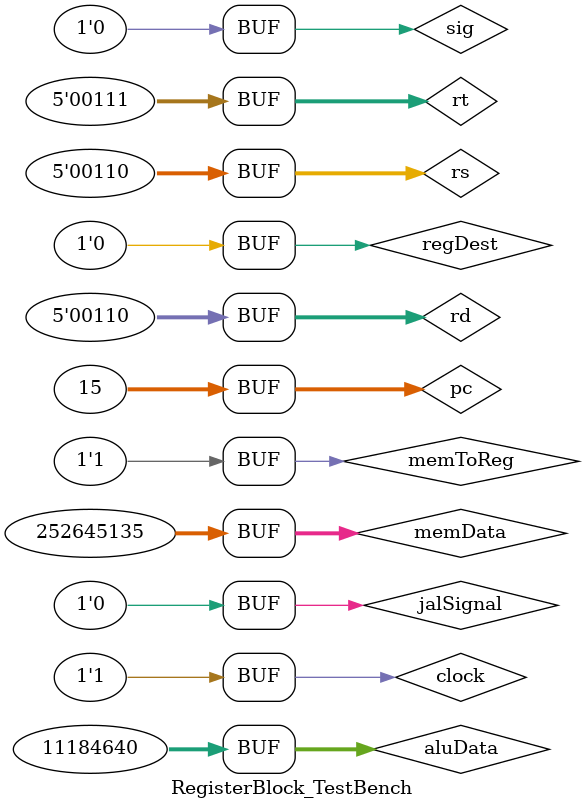
<source format=v>
module RegisterBlock_TestBench();
	// Variable declarations
	wire [31:0]data1, data2;
	reg[31:0]aluData, memData, pc;
	reg[4:0]rs, rt, rd;
	reg clock, sig, regDest, memToReg, jalSignal;
	
	// Calling module to test
	RegisterBlock registerTest(data1, data2, aluData, memData, pc, rs, rt, rd, sig, regDest, jalSignal, memToReg);
	
	
	
	initial begin
		// Initial values of registers and clock
		clock = 0;
		rs = 0;
		rt = 1;
		aluData = 11184640;
		memData = 32'b00001111000011110000111100001111;
		sig = 0;
		regDest = 0;
		memToReg = 1;
		jalSignal = 0;
		pc = 15;
		
		// On each positive edge (when clock is 1) registerTest will assign new values
		// of data1 and data2. If signal is 1 it will also write value of data3 to rd register
		clock=~clock; rs=rs+2; rt=rt+2; #20;
		clock=~clock; rs=rs+2; rt=rt+2; #20;
		clock=~clock; rs=rs+2; rt=rt+2; rd=rs; #20;
		clock=~clock; sig=~sig; #20;
		clock=~clock; #20;
		clock=~clock; #20;
		clock=~clock; sig=~sig; #20;
	end

	initial begin
		// Monitoring changes
		$monitor("clk: %1b\nrs: %5b\nrt: %5b\nrd: %5b\ndata1: %32b\ndata2: %32b\naluData: %32b\nmemData: %32b\nwriteSig: %1b\ndestSig: %1b\nmemSig: %1b\n\n", clock, rs, rt, rd, data1, data2, aluData, memData, sig, regDest, memToReg);
	end
endmodule
</source>
